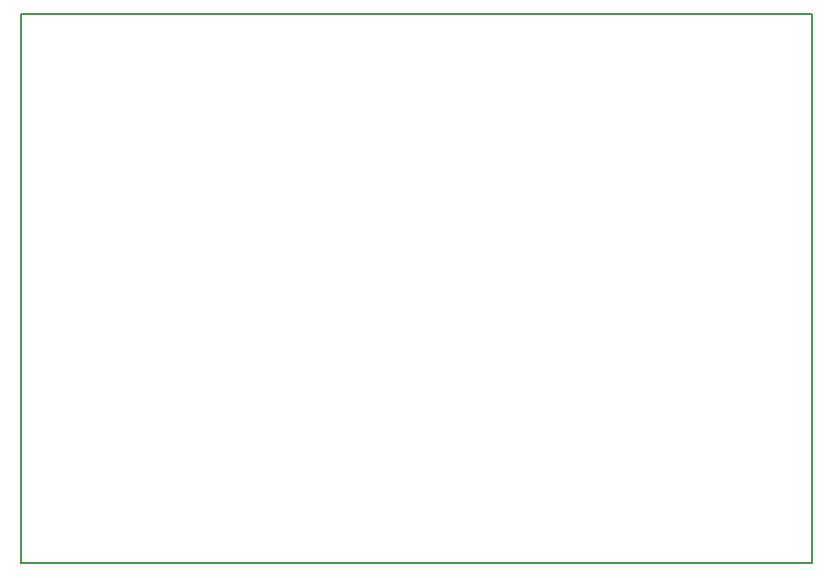
<source format=gbr>
G04 #@! TF.FileFunction,Profile,NP*
%FSLAX46Y46*%
G04 Gerber Fmt 4.6, Leading zero omitted, Abs format (unit mm)*
G04 Created by KiCad (PCBNEW 4.0.4-stable) date Thursday, December 15, 2016 'AMt' 04:24:18 AM*
%MOMM*%
%LPD*%
G01*
G04 APERTURE LIST*
%ADD10C,0.100000*%
%ADD11C,0.150000*%
G04 APERTURE END LIST*
D10*
D11*
X121000000Y-67500000D02*
X121000000Y-114000000D01*
X188000000Y-67500000D02*
X121000000Y-67500000D01*
X188000000Y-114000000D02*
X188000000Y-67500000D01*
X121000000Y-114000000D02*
X188000000Y-114000000D01*
M02*

</source>
